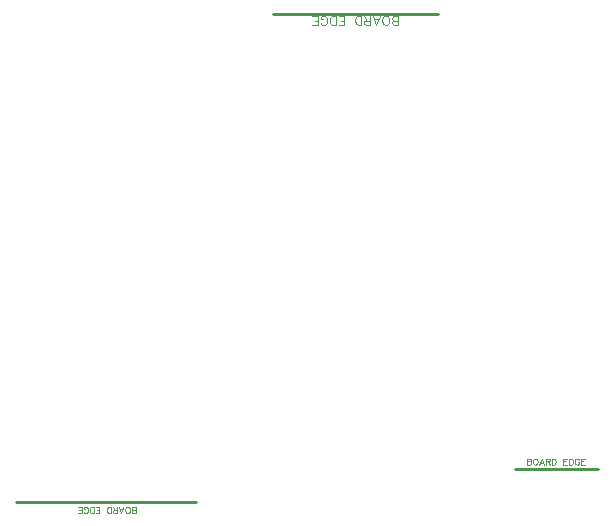
<source format=gbr>
G04 DipTrace 2.4.0.2*
%INTopAssy.gbr*%
%MOIN*%
%ADD10C,0.0098*%
%ADD12C,0.003*%
%ADD95C,0.0046*%
%FSLAX44Y44*%
G04*
G70*
G90*
G75*
G01*
%LNTopAssy*%
%LPD*%
X12495Y4155D2*
D10*
X6511D1*
X23135Y5251D2*
X25923D1*
X20587Y20421D2*
X15075D1*
X10498Y3772D2*
D12*
Y3973D1*
X10412D1*
X10383Y3963D1*
X10373Y3953D1*
X10364Y3934D1*
Y3906D1*
X10373Y3886D1*
X10383Y3877D1*
X10412Y3867D1*
X10383Y3858D1*
X10373Y3848D1*
X10364Y3829D1*
Y3810D1*
X10373Y3791D1*
X10383Y3781D1*
X10412Y3772D1*
X10498D1*
Y3867D2*
X10412D1*
X10245Y3772D2*
X10264Y3781D1*
X10283Y3800D1*
X10293Y3819D1*
X10302Y3848D1*
Y3896D1*
X10293Y3925D1*
X10283Y3944D1*
X10264Y3963D1*
X10245Y3973D1*
X10206D1*
X10187Y3963D1*
X10168Y3944D1*
X10159Y3925D1*
X10149Y3896D1*
Y3848D1*
X10159Y3819D1*
X10168Y3800D1*
X10187Y3781D1*
X10206Y3772D1*
X10245D1*
X9934Y3973D2*
X10011Y3772D1*
X10087Y3973D1*
X10059Y3906D2*
X9963D1*
X9872Y3867D2*
X9786D1*
X9758Y3858D1*
X9748Y3848D1*
X9738Y3829D1*
Y3810D1*
X9748Y3791D1*
X9758Y3781D1*
X9786Y3772D1*
X9872D1*
Y3973D1*
X9805Y3867D2*
X9738Y3973D1*
X9677Y3772D2*
Y3973D1*
X9610D1*
X9581Y3963D1*
X9562Y3944D1*
X9552Y3925D1*
X9543Y3896D1*
Y3848D1*
X9552Y3819D1*
X9562Y3800D1*
X9581Y3781D1*
X9610Y3772D1*
X9677D1*
X9162D2*
X9286D1*
Y3973D1*
X9162D1*
X9286Y3867D2*
X9210D1*
X9100Y3772D2*
Y3973D1*
X9033D1*
X9005Y3963D1*
X8985Y3944D1*
X8976Y3925D1*
X8966Y3896D1*
Y3848D1*
X8976Y3819D1*
X8985Y3800D1*
X9005Y3781D1*
X9033Y3772D1*
X9100D1*
X8761Y3819D2*
X8771Y3800D1*
X8790Y3781D1*
X8809Y3772D1*
X8847D1*
X8866Y3781D1*
X8885Y3800D1*
X8895Y3819D1*
X8905Y3848D1*
Y3896D1*
X8895Y3925D1*
X8885Y3944D1*
X8866Y3963D1*
X8847Y3973D1*
X8809D1*
X8790Y3963D1*
X8771Y3944D1*
X8761Y3925D1*
Y3896D1*
X8809D1*
X8575Y3772D2*
X8699D1*
Y3973D1*
X8575D1*
X8699Y3867D2*
X8623D1*
X23544Y5585D2*
Y5384D1*
X23630D1*
X23659Y5394D1*
X23669Y5403D1*
X23678Y5422D1*
Y5451D1*
X23669Y5470D1*
X23659Y5480D1*
X23630Y5489D1*
X23659Y5499D1*
X23669Y5508D1*
X23678Y5527D1*
Y5547D1*
X23669Y5566D1*
X23659Y5575D1*
X23630Y5585D1*
X23544D1*
Y5489D2*
X23630D1*
X23797Y5585D2*
X23778Y5575D1*
X23759Y5556D1*
X23750Y5537D1*
X23740Y5508D1*
Y5460D1*
X23750Y5432D1*
X23759Y5413D1*
X23778Y5394D1*
X23797Y5384D1*
X23836D1*
X23855Y5394D1*
X23874Y5413D1*
X23883Y5432D1*
X23893Y5460D1*
Y5508D1*
X23883Y5537D1*
X23874Y5556D1*
X23855Y5575D1*
X23836Y5585D1*
X23797D1*
X24108Y5384D2*
X24031Y5585D1*
X23955Y5384D1*
X23983Y5451D2*
X24079D1*
X24170Y5489D2*
X24256D1*
X24284Y5499D1*
X24294Y5508D1*
X24304Y5527D1*
Y5547D1*
X24294Y5566D1*
X24284Y5575D1*
X24256Y5585D1*
X24170D1*
Y5384D1*
X24237Y5489D2*
X24304Y5384D1*
X24365Y5585D2*
Y5384D1*
X24432D1*
X24461Y5394D1*
X24480Y5413D1*
X24490Y5432D1*
X24499Y5460D1*
Y5508D1*
X24490Y5537D1*
X24480Y5556D1*
X24461Y5575D1*
X24432Y5585D1*
X24365D1*
X24880D2*
X24756D1*
Y5384D1*
X24880D1*
X24756Y5489D2*
X24832D1*
X24942Y5585D2*
Y5384D1*
X25009D1*
X25037Y5394D1*
X25057Y5413D1*
X25066Y5432D1*
X25076Y5460D1*
Y5508D1*
X25066Y5537D1*
X25057Y5556D1*
X25037Y5575D1*
X25009Y5585D1*
X24942D1*
X25281Y5537D2*
X25271Y5556D1*
X25252Y5575D1*
X25233Y5585D1*
X25195D1*
X25176Y5575D1*
X25157Y5556D1*
X25147Y5537D1*
X25137Y5508D1*
Y5460D1*
X25147Y5432D1*
X25157Y5413D1*
X25176Y5394D1*
X25195Y5384D1*
X25233D1*
X25252Y5394D1*
X25271Y5413D1*
X25281Y5432D1*
Y5460D1*
X25233D1*
X25467Y5585D2*
X25343D1*
Y5384D1*
X25467D1*
X25343Y5489D2*
X25419D1*
X17267Y20039D2*
D95*
X17454D1*
Y20341D1*
X17267D1*
X17454Y20183D2*
X17339D1*
X17175Y20039D2*
Y20341D1*
X17074D1*
X17031Y20326D1*
X17002Y20297D1*
X16988Y20269D1*
X16974Y20226D1*
Y20154D1*
X16988Y20111D1*
X17002Y20082D1*
X17031Y20053D1*
X17074Y20039D1*
X17175D1*
X16666Y20111D2*
X16680Y20082D1*
X16709Y20053D1*
X16738Y20039D1*
X16795D1*
X16824Y20053D1*
X16852Y20082D1*
X16867Y20111D1*
X16881Y20154D1*
Y20226D1*
X16867Y20269D1*
X16852Y20297D1*
X16824Y20326D1*
X16795Y20341D1*
X16738D1*
X16709Y20326D1*
X16680Y20297D1*
X16666Y20269D1*
Y20226D1*
X16738D1*
X16387Y20039D2*
X16573D1*
Y20341D1*
X16387D1*
X16573Y20183D2*
X16459D1*
X19245Y20043D2*
Y20344D1*
X19116D1*
X19073Y20330D1*
X19058Y20315D1*
X19044Y20287D1*
Y20244D1*
X19058Y20215D1*
X19073Y20201D1*
X19116Y20186D1*
X19073Y20172D1*
X19058Y20158D1*
X19044Y20129D1*
Y20100D1*
X19058Y20072D1*
X19073Y20057D1*
X19116Y20043D1*
X19245D1*
Y20186D2*
X19116D1*
X18865Y20043D2*
X18894Y20057D1*
X18923Y20086D1*
X18937Y20115D1*
X18952Y20158D1*
Y20230D1*
X18937Y20272D1*
X18923Y20301D1*
X18894Y20330D1*
X18865Y20344D1*
X18808D1*
X18779Y20330D1*
X18751Y20301D1*
X18736Y20272D1*
X18722Y20230D1*
Y20158D1*
X18736Y20115D1*
X18751Y20086D1*
X18779Y20057D1*
X18808Y20043D1*
X18865D1*
X18400Y20344D2*
X18515Y20043D1*
X18629Y20344D1*
X18586Y20244D2*
X18443D1*
X18307Y20186D2*
X18178D1*
X18135Y20172D1*
X18120Y20158D1*
X18106Y20129D1*
Y20100D1*
X18120Y20072D1*
X18135Y20057D1*
X18178Y20043D1*
X18307D1*
Y20344D1*
X18206Y20186D2*
X18106Y20344D1*
X18013Y20043D2*
Y20344D1*
X17913D1*
X17870Y20330D1*
X17841Y20301D1*
X17827Y20272D1*
X17812Y20230D1*
Y20158D1*
X17827Y20115D1*
X17841Y20086D1*
X17870Y20057D1*
X17913Y20043D1*
X18013D1*
M02*

</source>
